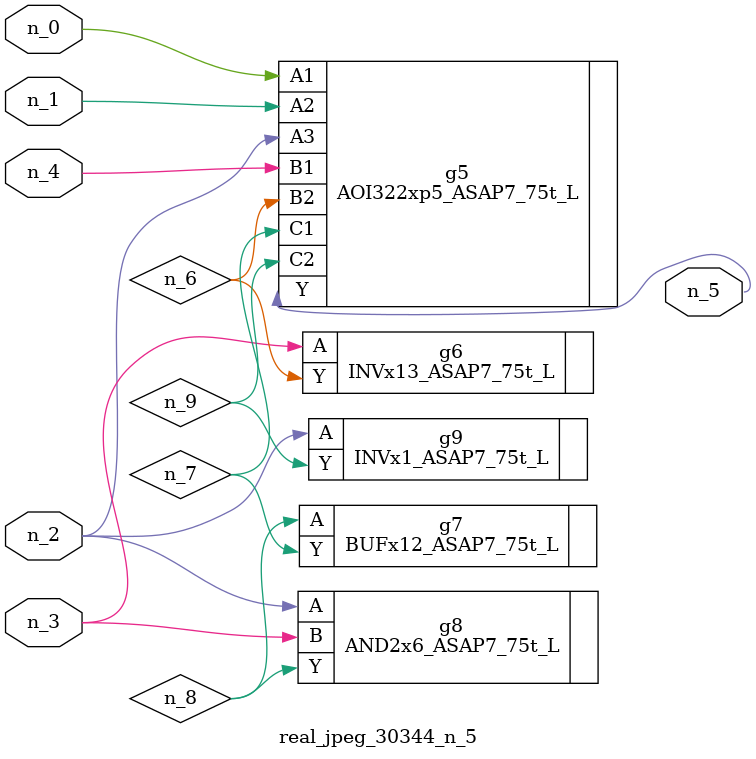
<source format=v>
module real_jpeg_30344_n_5 (n_4, n_0, n_1, n_2, n_3, n_5);

input n_4;
input n_0;
input n_1;
input n_2;
input n_3;

output n_5;

wire n_8;
wire n_6;
wire n_7;
wire n_9;

AOI322xp5_ASAP7_75t_L g5 ( 
.A1(n_0),
.A2(n_1),
.A3(n_2),
.B1(n_4),
.B2(n_6),
.C1(n_7),
.C2(n_9),
.Y(n_5)
);

AND2x6_ASAP7_75t_L g8 ( 
.A(n_2),
.B(n_3),
.Y(n_8)
);

INVx1_ASAP7_75t_L g9 ( 
.A(n_2),
.Y(n_9)
);

INVx13_ASAP7_75t_L g6 ( 
.A(n_3),
.Y(n_6)
);

BUFx12_ASAP7_75t_L g7 ( 
.A(n_8),
.Y(n_7)
);


endmodule
</source>
